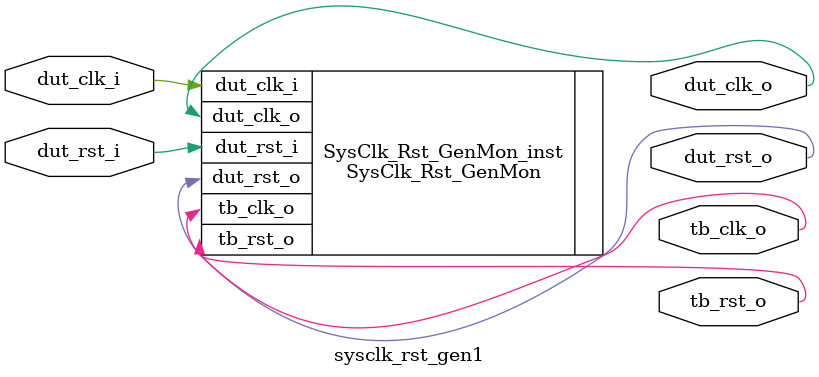
<source format=v>
/*******************************************************************************
    Verilog netlist generated by IPGEN Lattice Propel (64-bit)
    1.1.2011271546
    Soft IP Version: 1.0.0
    2021 01 22 10:00:20
*******************************************************************************/
/*******************************************************************************
    Wrapper Module generated per user settings.
*******************************************************************************/
module sysclk_rst_gen1 (dut_clk_i, dut_rst_i, dut_clk_o, dut_rst_o, tb_rst_o,
    tb_clk_o);
    input  dut_clk_i;
    input  dut_rst_i;
    output  dut_clk_o;
    output  dut_rst_o;
    output  tb_rst_o;
    output  tb_clk_o;
    SysClk_Rst_GenMon #(.DUT_CLK_IN_EN(0),
        .DUT_RST_IN_EN(0),
        .TB_CLK_PERIOD(10),
        .TB_CLK_DUTY(50),
        .TB_RST_POL(0),
        .TB_RST_PERIOD(50),
        .INIT_RST(1))
    SysClk_Rst_GenMon_inst(.dut_clk_i(dut_clk_i),
        .dut_rst_i(dut_rst_i),
        .dut_clk_o(dut_clk_o),
        .dut_rst_o(dut_rst_o),
        .tb_rst_o(tb_rst_o),
        .tb_clk_o(tb_clk_o));
endmodule
</source>
